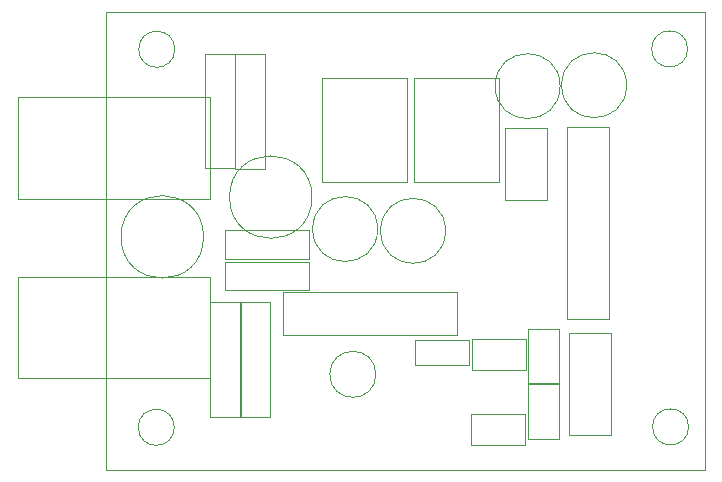
<source format=gbr>
%TF.GenerationSoftware,KiCad,Pcbnew,6.0.2*%
%TF.CreationDate,2022-11-10T22:55:43+01:00*%
%TF.ProjectId,SI4735,53493437-3335-42e6-9b69-6361645f7063,rev?*%
%TF.SameCoordinates,Original*%
%TF.FileFunction,Other,User*%
%FSLAX46Y46*%
G04 Gerber Fmt 4.6, Leading zero omitted, Abs format (unit mm)*
G04 Created by KiCad (PCBNEW 6.0.2) date 2022-11-10 22:55:43*
%MOMM*%
%LPD*%
G01*
G04 APERTURE LIST*
%TA.AperFunction,Profile*%
%ADD10C,0.050000*%
%TD*%
%ADD11C,0.050000*%
%TA.AperFunction,Profile*%
%ADD12C,0.100000*%
%TD*%
G04 APERTURE END LIST*
D10*
X243000000Y-45450000D02*
G75*
G03*
X243000000Y-45450000I-1526434J0D01*
G01*
X243076434Y-77450000D02*
G75*
G03*
X243076434Y-77450000I-1526434J0D01*
G01*
X199535580Y-77486292D02*
G75*
G03*
X199535580Y-77486292I-1526434J0D01*
G01*
X244475000Y-81120000D02*
X193725000Y-81120000D01*
X193725000Y-81120000D02*
X193725000Y-42300000D01*
X193725000Y-42300000D02*
X244475000Y-42300000D01*
X244475000Y-42300000D02*
X244475000Y-81120000D01*
X199576434Y-45480000D02*
G75*
G03*
X199576434Y-45480000I-1526434J0D01*
G01*
D11*
%TO.C,C4*%
X222500000Y-60850000D02*
G75*
G03*
X222500000Y-60850000I-2750000J0D01*
G01*
%TO.C,C5*%
X219900000Y-72200000D02*
X224500000Y-72200000D01*
X219900000Y-70100000D02*
X219900000Y-72200000D01*
X224500000Y-72200000D02*
X224500000Y-70100000D01*
X224500000Y-70100000D02*
X219900000Y-70100000D01*
%TO.C,C6*%
X210950000Y-63200000D02*
X210950000Y-60800000D01*
X203850000Y-63200000D02*
X210950000Y-63200000D01*
X203850000Y-60800000D02*
X203850000Y-63200000D01*
X210950000Y-60800000D02*
X203850000Y-60800000D01*
%TO.C,C7*%
X210950000Y-63450000D02*
X203850000Y-63450000D01*
X203850000Y-65850000D02*
X210950000Y-65850000D01*
X210950000Y-65850000D02*
X210950000Y-63450000D01*
X203850000Y-63450000D02*
X203850000Y-65850000D01*
%TO.C,C8*%
X216750000Y-60700000D02*
G75*
G03*
X216750000Y-60700000I-2750000J0D01*
G01*
%TO.C,C9*%
X229500000Y-73750000D02*
X232100000Y-73750000D01*
X232100000Y-69150000D02*
X229500000Y-69150000D01*
X229500000Y-69150000D02*
X229500000Y-73750000D01*
X232100000Y-73750000D02*
X232100000Y-69150000D01*
%TO.C,C10*%
X232100000Y-73850000D02*
X229500000Y-73850000D01*
X229500000Y-78450000D02*
X232100000Y-78450000D01*
X229500000Y-73850000D02*
X229500000Y-78450000D01*
X232100000Y-78450000D02*
X232100000Y-73850000D01*
%TO.C,C11*%
X224650000Y-76400000D02*
X224650000Y-79000000D01*
X224650000Y-79000000D02*
X229250000Y-79000000D01*
X229250000Y-79000000D02*
X229250000Y-76400000D01*
X229250000Y-76400000D02*
X224650000Y-76400000D01*
%TO.C,C12*%
X229350000Y-72600000D02*
X229350000Y-70000000D01*
X224750000Y-72600000D02*
X229350000Y-72600000D01*
X229350000Y-70000000D02*
X224750000Y-70000000D01*
X224750000Y-70000000D02*
X224750000Y-72600000D01*
D12*
%TO.C,J2*%
X193760000Y-49540000D02*
X193760000Y-58140000D01*
D11*
X186260000Y-58140000D02*
X186260000Y-49540000D01*
X202560000Y-49540000D02*
X186260000Y-49540000D01*
X186260000Y-58140000D02*
X202560000Y-58140000D01*
X202560000Y-49540000D02*
X202560000Y-58140000D01*
D12*
%TO.C,J3*%
X193760000Y-64720000D02*
X193760000Y-73320000D01*
D11*
X186260000Y-73320000D02*
X202560000Y-73320000D01*
X186260000Y-73320000D02*
X186260000Y-64720000D01*
X202560000Y-64720000D02*
X202560000Y-73320000D01*
X202560000Y-64720000D02*
X186260000Y-64720000D01*
%TO.C,J4*%
X236500000Y-69530000D02*
X236500000Y-78180000D01*
X232950000Y-69530000D02*
X236500000Y-69530000D01*
X232950000Y-78180000D02*
X232950000Y-69530000D01*
X236500000Y-78180000D02*
X232950000Y-78180000D01*
%TO.C,J5*%
X231100000Y-58275000D02*
X231100000Y-52125000D01*
X227500000Y-52125000D02*
X227500000Y-58275000D01*
X231100000Y-52125000D02*
X227500000Y-52125000D01*
X227500000Y-58275000D02*
X231100000Y-58275000D01*
%TO.C,Y1*%
X216600000Y-73000000D02*
G75*
G03*
X216600000Y-73000000I-1950000J0D01*
G01*
%TO.C,R11*%
X208700000Y-69700000D02*
X223500000Y-69700000D01*
X223500000Y-66000000D02*
X208700000Y-66000000D01*
X223500000Y-69700000D02*
X223500000Y-66000000D01*
X208700000Y-66000000D02*
X208700000Y-69700000D01*
%TO.C,D4*%
X207200000Y-55580000D02*
X207200000Y-45860000D01*
X207200000Y-45860000D02*
X204700000Y-45860000D01*
X204700000Y-45860000D02*
X204700000Y-55580000D01*
X204700000Y-55580000D02*
X207200000Y-55580000D01*
%TO.C,C14*%
X232200000Y-48600000D02*
G75*
G03*
X232200000Y-48600000I-2750000J0D01*
G01*
%TO.C,L2*%
X211190000Y-58000000D02*
G75*
G03*
X211190000Y-58000000I-3490000J0D01*
G01*
%TO.C,D1*%
X205100000Y-76620000D02*
X205100000Y-66900000D01*
X202600000Y-66900000D02*
X202600000Y-76620000D01*
X202600000Y-76620000D02*
X205100000Y-76620000D01*
X205100000Y-66900000D02*
X202600000Y-66900000D01*
%TO.C,C15*%
X237830000Y-48525113D02*
G75*
G03*
X237830000Y-48525113I-2750000J0D01*
G01*
%TO.C,U1*%
X219800000Y-47950000D02*
X219800000Y-56750000D01*
X227000000Y-56750000D02*
X227000000Y-47950000D01*
X219800000Y-56750000D02*
X227000000Y-56750000D01*
X227000000Y-47950000D02*
X219800000Y-47950000D01*
%TO.C,D3*%
X202150000Y-55570000D02*
X204650000Y-55570000D01*
X204650000Y-45850000D02*
X202150000Y-45850000D01*
X204650000Y-55570000D02*
X204650000Y-45850000D01*
X202150000Y-45850000D02*
X202150000Y-55570000D01*
%TO.C,L1*%
X202010000Y-61360000D02*
G75*
G03*
X202010000Y-61360000I-3490000J0D01*
G01*
%TO.C,U3*%
X212000000Y-47950000D02*
X212000000Y-56750000D01*
X212000000Y-56750000D02*
X219200000Y-56750000D01*
X219200000Y-56750000D02*
X219200000Y-47950000D01*
X219200000Y-47950000D02*
X212000000Y-47950000D01*
%TO.C,J6*%
X236350000Y-52100000D02*
X236350000Y-68350000D01*
X236350000Y-68350000D02*
X232800000Y-68350000D01*
X232800000Y-52100000D02*
X236350000Y-52100000D01*
X232800000Y-68350000D02*
X232800000Y-52100000D01*
%TO.C,D2*%
X205150000Y-66900000D02*
X205150000Y-76620000D01*
X207650000Y-76620000D02*
X207650000Y-66900000D01*
X205150000Y-76620000D02*
X207650000Y-76620000D01*
X207650000Y-66900000D02*
X205150000Y-66900000D01*
%TD*%
M02*

</source>
